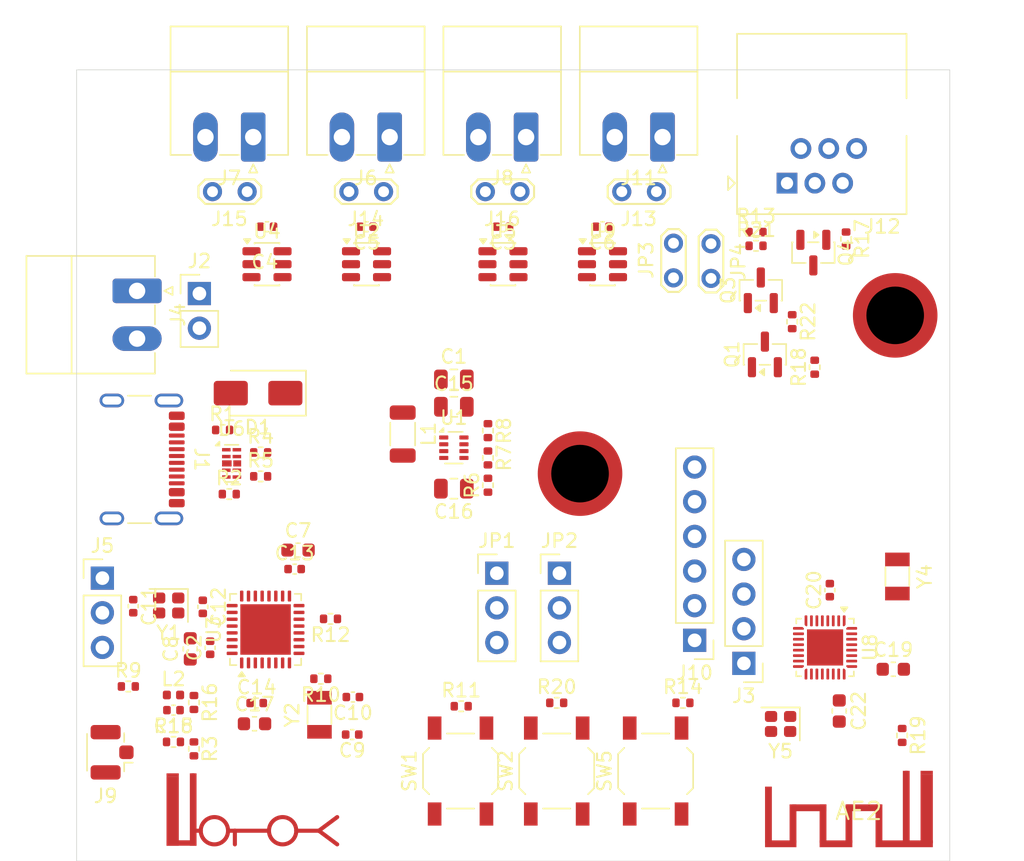
<source format=kicad_pcb>
(kicad_pcb (version 20241229) (generator "pcbnew") (generator_version "9.0")
  (layers (0 "F.Cu" signal) (4 "In1.Cu" signal) (6 "In2.Cu" signal) (2 "B.Cu" signal) (13 "F.Paste" user) (15 "B.Paste" user) (5 "F.SilkS" user "F.Silkscreen") (7 "B.SilkS" user "B.Silkscreen") (1 "F.Mask" user) (3 "B.Mask" user) (25 "Edge.Cuts" user))
  (net 0 "")
  (net 1 "Net-(AE2-Pad1)")
  (net 2 "+3V3")
  (net 3 "+BATT")
  (net 4 "GND")
  (net 5 "Net-(U3-XTAL_32K_P)")
  (net 6 "Net-(U3-XTAL_32K_N)")
  (net 7 "Net-(U3-XTAL_N)")
  (net 8 "Net-(U3-XTAL_P)")
  (net 9 "Net-(C18-Pad1)")
  (net 10 "/power/VBUS")
  (net 11 "Net-(J1-CC2)")
  (net 12 "Net-(U3-LNA_IN)")
  (net 13 "USBDM")
  (net 14 "USBDP")
  (net 15 "Net-(J1-CC1)")
  (net 16 "Net-(J5-Pin_3)")
  (net 17 "Net-(J5-Pin_2)")
  (net 18 "Net-(J9-In)")
  (net 19 "/ScopeCreep/P1_OUT_RAW")
  (net 20 "/ch584/U_TX")
  (net 21 "/ch584/U_RX")
  (net 22 "/ch584/TCK")
  (net 23 "/ch584/TIO")
  (net 25 "Net-(J11-Pin_2)")
  (net 26 "Net-(J11-Pin_1)")
  (net 27 "Net-(U8B-VDCIA)")
  (net 28 "Net-(U8B-VIO33_VDD33)")
  (net 29 "Net-(U1-MODE)")
  (net 30 "Net-(U1-FB)")
  (net 31 "Net-(U3-U0TXD)")
  (net 32 "Net-(U3-GPIO2)")
  (net 33 "Net-(U8B-VINTA)")
  (net 35 "Net-(U3-GPIO8)")
  (net 36 "/power/DMinusIn")
  (net 38 "/MODE")
  (net 39 "/power/DPlusIn")
  (net 40 "/ch584/TWI_SCL")
  (net 41 "Net-(U8B-ANT)")
  (net 42 "/ch584/TWI_SDA")
  (net 44 "Net-(J3-Pin_4)")
  (net 45 "/ch584/PWM3")
  (net 47 "/ch584/PWM4")
  (net 48 "/ch584/PWM1")
  (net 49 "/esp32/PWM7")
  (net 50 "/ch584/PWM2")
  (net 51 "/esp32/PWM8")
  (net 52 "/ch584/PWM5")
  (net 55 "Net-(U8B-PA11_X32KO_TMR2)")
  (net 56 "Net-(U8B-PA10_X32KI_TMR1)")
  (net 57 "/ch584/clko")
  (net 58 "Net-(U1-L2)")
  (net 59 "Net-(U1-L1)")
  (net 60 "/ch584/clki")
  (net 61 "Net-(AE1-Pad1)")
  (net 62 "Net-(J3-Pin_3)")
  (net 63 "/RESET_GLOBAL")
  (net 64 "Net-(JP3-B)")
  (net 65 "BOOT")
  (net 71 "GBOOT")
  (net 72 "RESET_CH5x")
  (net 73 "RESET_ESP")
  (net 78 "/ScopeCreep/P1_REQ")
  (net 80 "+5V")
  (net 81 "Net-(J16-Pin_2)")
  (net 82 "Net-(J16-Pin_1)")
  (net 83 "Net-(J15-Pin_2)")
  (net 84 "Net-(J15-Pin_1)")
  (net 85 "Net-(J14-Pin_1)")
  (net 86 "Net-(J6-Pin_2)")
  (net 89 "Net-(Q3-D)")
  (net 90 "Net-(Q1-D)")
  (net 91 "Net-(Q4-G)")
  (footprint "Capacitor_SMD:C_0402_1005Metric" (layer "F.Cu") (at 120.25 137.975 180)
    (property "Reference" "C10" (at 0 -1.16 0) (layer "F.SilkS"))
    (property "Value" "22pF")
    (pad "1" smd roundrect (at -0.48 0 180) (size 0.56 0.62) (layers "F.Cu" "F.Mask" "F.Paste") (net 4 "GND"))
    (pad "2" smd roundrect (at 0.48 0 180) (size 0.56 0.62) (layers "F.Cu" "F.Mask" "F.Paste") (net 6 "Net-(U3-XTAL_32K_N)"))
  )
  (footprint "Resistor_SMD:R_0402_1005Metric" (layer "F.Cu") (at 113.49 120.05)
    (property "Reference" "R4" (at 0 -1.17 0) (layer "F.SilkS"))
    (property "Value" "22R")
    (pad "1" smd roundrect (at -0.51 0) (size 0.54 0.64) (layers "F.Cu" "F.Mask" "F.Paste") (net 36 "/power/DMinusIn"))
    (pad "2" smd roundrect (at 0.51 0) (size 0.54 0.64) (layers "F.Cu" "F.Mask" "F.Paste") (net 13 "USBDM"))
  )
  (footprint "Connector_Phoenix_MC:PhoenixContact_MC_1,5_2-G-3.5_1x02_P3.50mm_Horizontal" (layer "F.Cu") (at 104.4325 108.205 -90)
    (property "Reference" "J4" (at 1.75 -3 90) (layer "F.SilkS"))
    (property "Value" "Conn_01x02")
    (pad "1" thru_hole roundrect (at 0 0 270) (size 1.8 3.6) (drill 1.2) (layers "*.Cu" "*.Mask") (roundrect_rratio 0.138889) (net 4 "GND"))
    (pad "2" thru_hole oval (at 3.5 0 270) (size 1.8 3.6) (drill 1.2) (layers "*.Cu" "*.Mask") (net 3 "+BATT"))
  )
  (footprint "Button_Switch_SMD:SW_SPST_TL3342" (layer "F.Cu") (at 142.44 143.4 90)
    (property "Reference" "SW5" (at 0 -3.75 90) (layer "F.SilkS"))
    (property "Value" "MODE")
    (pad "1" smd rect (at -3.15 -1.9 90) (size 1.7 1) (layers "F.Cu" "F.Mask" "F.Paste") (net 4 "GND"))
    (pad "1" smd rect (at 3.15 -1.9 90) (size 1.7 1) (layers "F.Cu" "F.Mask" "F.Paste") (net 4 "GND"))
    (pad "2" smd rect (at -3.15 1.9 90) (size 1.7 1) (layers "F.Cu" "F.Mask" "F.Paste") (net 38 "/MODE"))
    (pad "2" smd rect (at 3.15 1.9 90) (size 1.7 1) (layers "F.Cu" "F.Mask" "F.Paste") (net 38 "/MODE"))
  )
  (footprint "Inductor_SMD:L_1206_3216Metric" (layer "F.Cu") (at 123.9 118.7 -90)
    (property "Reference" "L1" (at 0 -1.9 90) (layer "F.SilkS"))
    (property "Value" "1uH")
    (pad "1" smd roundrect (at -1.575 0 270) (size 1.05 1.9) (layers "F.Cu" "F.Mask" "F.Paste") (roundrect_rratio 0.238095) (net 58 "Net-(U1-L2)"))
    (pad "2" smd roundrect (at 1.575 0 270) (size 1.05 1.9) (layers "F.Cu" "F.Mask" "F.Paste") (roundrect_rratio 0.238095) (net 59 "Net-(U1-L1)"))
  )
  (footprint "Diode_SMD:D_SMA" (layer "F.Cu") (at 113.3 115.7 180)
    (property "Reference" "D1" (at 0 -2.5 0) (layer "F.SilkS"))
    (property "Value" "SS34")
    (pad "1" smd roundrect (at -2 0 180) (size 2.5 1.8) (layers "F.Cu" "F.Mask" "F.Paste") (roundrect_rratio 0.1388888889) (net 3 "+BATT"))
    (pad "2" smd roundrect (at 2 0 180) (size 2.5 1.8) (layers "F.Cu" "F.Mask" "F.Paste") (roundrect_rratio 0.1388888889) (net 10 "/power/VBUS"))
  )
  (footprint "Resistor_SMD:R_0402_1005Metric" (layer "F.Cu") (at 152.45 110.4625 -90)
    (property "Reference" "R22" (at 0 -1.17 90) (layer "F.SilkS"))
    (property "Value" "10k")
    (pad "1" smd roundrect (at -0.51 0 270) (size 0.54 0.64) (layers "F.Cu" "F.Mask" "F.Paste") (net 80 "+5V"))
    (pad "2" smd roundrect (at 0.51 0 270) (size 0.54 0.64) (layers "F.Cu" "F.Mask" "F.Paste") (net 90 "Net-(Q1-D)"))
  )
  (footprint "Package_DFN_QFN:Diodes_UDFN-10_1.0x2.5mm_P0.5mm" (layer "F.Cu") (at 111.36 120.85)
    (property "Reference" "U6" (at 0 -2.54 0) (layer "F.SilkS"))
    (property "Value" "Protection_H5VU25UC")
    (pad "1" smd rect (at -0.3875 -1 270) (size 0.25 0.625) (layers "F.Cu" "F.Mask" "F.Paste"))
    (pad "2" smd rect (at -0.3875 -0.5 270) (size 0.25 0.625) (layers "F.Cu" "F.Mask" "F.Paste") (net 36 "/power/DMinusIn"))
    (pad "3" smd rect (at -0.35 0 270) (size 0.45 0.7) (layers "F.Cu" "F.Mask" "F.Paste") (net 4 "GND"))
    (pad "4" smd rect (at -0.3875 0.5 270) (size 0.25 0.625) (layers "F.Cu" "F.Mask" "F.Paste") (net 39 "/power/DPlusIn"))
    (pad "5" smd rect (at -0.3875 1 270) (size 0.25 0.625) (layers "F.Cu" "F.Mask" "F.Paste"))
    (pad "6" smd rect (at 0.3875 1 270) (size 0.25 0.625) (layers "F.Cu" "F.Mask" "F.Paste"))
    (pad "7" smd rect (at 0.3875 0.5 270) (size 0.25 0.625) (layers "F.Cu" "F.Mask" "F.Paste"))
    (pad "8" smd rect (at 0.4125 0 270) (size 0.45 0.575) (layers "F.Cu" "F.Mask" "F.Paste") (net 10 "/power/VBUS"))
    (pad "9" smd rect (at 0.3875 -0.5 270) (size 0.25 0.625) (layers "F.Cu" "F.Mask" "F.Paste"))
    (pad "10" smd rect (at 0.3875 -1 270) (size 0.25 0.625) (layers "F.Cu" "F.Mask" "F.Paste"))
  )
  (footprint "Connector_Coaxial:U.FL_Hirose_U.FL-R-SMT-1_Vertical" (layer "F.Cu") (at 102.6 142.025 180)
    (property "Reference" "J9" (at 0.475 -3.2 0) (layer "F.SilkS"))
    (property "Value" "BWU.FL-IPEX1")
    (pad "1" smd roundrect (at -1.05 0 180) (size 1.05 1) (layers "F.Cu" "F.Mask" "F.Paste") (net 18 "Net-(J9-In)"))
    (pad "2" smd roundrect (at 0.475 -1.475 180) (size 2.2 1.05) (layers "F.Cu" "F.Mask" "F.Paste") (roundrect_rratio 0.2380952381) (net 4 "GND"))
    (pad "2" smd roundrect (at 0.475 1.475 180) (size 2.2 1.05) (layers "F.Cu" "F.Mask" "F.Paste") (roundrect_rratio 0.2380952381) (net 4 "GND"))
  )
  (footprint "Capacitor_SMD:C_0805_2012Metric" (layer "F.Cu") (at 127.65 114.7)
    (property "Reference" "C1" (at 0 -1.68 0) (layer "F.SilkS"))
    (property "Value" "22uF")
    (pad "1" smd roundrect (at -0.95 0) (size 1 1.45) (layers "F.Cu" "F.Mask" "F.Paste") (net 2 "+3V3"))
    (pad "2" smd roundrect (at 0.95 0) (size 1 1.45) (layers "F.Cu" "F.Mask" "F.Paste") (net 4 "GND"))
  )
  (footprint "Resistor_SMD:R_0402_1005Metric" (layer "F.Cu") (at 156.4 104.4 -90)
    (property "Reference" "R17" (at 0 -1.17 90) (layer "F.SilkS"))
    (property "Value" "0R")
    (pad "1" smd roundrect (at -0.51 0 270) (size 0.54 0.64) (layers "F.Cu" "F.Mask" "F.Paste") (net 19 "/ScopeCreep/P1_OUT_RAW"))
    (pad "2" smd roundrect (at 0.51 0 270) (size 0.54 0.64) (layers "F.Cu" "F.Mask" "F.Paste") (net 91 "Net-(Q4-G)"))
  )
  (footprint "Resistor_SMD:R_0402_1005Metric" (layer "F.Cu") (at 130.15 118.45 -90)
    (property "Reference" "R8" (at 0 -1.17 90) (layer "F.SilkS"))
    (property "Value" "220k")
    (pad "1" smd roundrect (at -0.51 0 270) (size 0.54 0.64) (layers "F.Cu" "F.Mask" "F.Paste") (net 2 "+3V3"))
    (pad "2" smd roundrect (at 0.51 0 270) (size 0.54 0.64) (layers "F.Cu" "F.Mask" "F.Paste") (net 30 "Net-(U1-FB)"))
  )
  (footprint "Resistor_SMD:R_0402_1005Metric" (layer "F.Cu") (at 130.15 122.45 90)
    (property "Reference" "R6" (at 0 -1.17 90) (layer "F.SilkS"))
    (property "Value" "10k")
    (pad "1" smd roundrect (at -0.51 0 90) (size 0.54 0.64) (layers "F.Cu" "F.Mask" "F.Paste") (net 4 "GND"))
    (pad "2" smd roundrect (at 0.51 0 90) (size 0.54 0.64) (layers "F.Cu" "F.Mask" "F.Paste") (net 29 "Net-(U1-MODE)"))
  )
  (footprint "jlc-extras:Mounting_SMTSO_M3" (layer "F.Cu") (at 136.9 121.6)
    (property "Reference" "H2" (at 0 -0.5 0) (layer "F.SilkS") (effects (font (thickness 0.1))))
    (property "Value" "Mounting_SMTSO3015CTJ")
    (pad "" np_thru_hole circle (at 0 0) (size 6.2 6.2) (drill 4.22) (layers))
    (pad "1" smd circle (at 0 0) (size 6.2 6.2) (layers "F.Cu"))
  )
  (footprint "Connector_Phoenix_MC:PhoenixContact_MC_1,5_2-G-3.5_1x02_P3.50mm_Horizontal" (layer "F.Cu") (at 142.945 96.9325 180)
    (property "Reference" "J11" (at 1.75 -3 0) (layer "F.SilkS"))
    (property "Value" "Conn_01x02")
    (pad "1" thru_hole roundrect (at 0 0 180) (size 1.8 3.6) (drill 1.2) (layers "*.Cu" "*.Mask") (roundrect_rratio 0.138889) (net 26 "Net-(J11-Pin_1)"))
    (pad "2" thru_hole oval (at 3.5 0 180) (size 1.8 3.6) (drill 1.2) (layers "*.Cu" "*.Mask") (net 25 "Net-(J11-Pin_2)"))
  )
  (footprint "Crystal:Crystal_SMD_2016-4Pin_2.0x1.6mm" (layer "F.Cu") (at 151.6 139.95 180)
    (property "Reference" "Y5" (at 0 -2 0) (layer "F.SilkS"))
    (property "Value" "32M")
    (pad "1" smd roundrect (at -0.7 0.55 180) (size 0.9 0.8) (layers "F.Cu" "F.Mask" "F.Paste") (net 4 "GND"))
    (pad "2" smd roundrect (at 0.7 0.55 180) (size 0.9 0.8) (layers "F.Cu" "F.Mask" "F.Paste") (net 57 "/ch584/clko"))
    (pad "3" smd roundrect (at 0.7 -0.55 180) (size 0.9 0.8) (layers "F.Cu" "F.Mask" "F.Paste") (net 4 "GND"))
    (pad "4" smd roundrect (at -0.7 -0.55 180) (size 0.9 0.8) (layers "F.Cu" "F.Mask" "F.Paste") (net 60 "/ch584/clki"))
  )
  (footprint "Capacitor_SMD:C_0603_1608Metric" (layer "F.Cu") (at 116.23 127.205)
    (property "Reference" "C7" (at 0 -1.43 0) (layer "F.SilkS"))
    (property "Value" "1uF")
    (pad "1" smd roundrect (at -0.775 0) (size 0.9 0.95) (layers "F.Cu" "F.Mask" "F.Paste") (net 2 "+3V3"))
    (pad "2" smd roundrect (at 0.775 0) (size 0.9 0.95) (layers "F.Cu" "F.Mask" "F.Paste") (net 4 "GND"))
  )
  (footprint "Crystal:Crystal_SMD_2016-4Pin_2.0x1.6mm" (layer "F.Cu") (at 106.75 131.265 180)
    (property "Reference" "Y1" (at 0 -2 0) (layer "F.SilkS"))
    (property "Value" "40M")
    (pad "1" smd roundrect (at -0.7 0.55 180) (size 0.9 0.8) (layers "F.Cu" "F.Mask" "F.Paste") (net 8 "Net-(U3-XTAL_P)"))
    (pad "2" smd roundrect (at 0.7 0.55 180) (size 0.9 0.8) (layers "F.Cu" "F.Mask" "F.Paste") (net 4 "GND"))
    (pad "3" smd roundrect (at 0.7 -0.55 180) (size 0.9 0.8) (layers "F.Cu" "F.Mask" "F.Paste") (net 7 "Net-(U3-XTAL_N)"))
    (pad "4" smd roundrect (at -0.7 -0.55 180) (size 0.9 0.8) (layers "F.Cu" "F.Mask" "F.Paste") (net 4 "GND"))
  )
  (footprint "Capacitor_SMD:C_0805_2012Metric" (layer "F.Cu") (at 127.65 116.7)
    (property "Reference" "C15" (at 0 -1.68 0) (layer "F.SilkS"))
    (property "Value" "22uF")
    (pad "1" smd roundrect (at -0.95 0) (size 1 1.45) (layers "F.Cu" "F.Mask" "F.Paste") (net 2 "+3V3"))
    (pad "2" smd roundrect (at 0.95 0) (size 1 1.45) (layers "F.Cu" "F.Mask" "F.Paste") (net 4 "GND"))
  )
  (footprint "TestPoint:TestPoint_2Pads_Pitch2.54mm_Drill0.8mm" (layer "F.Cu") (at 112.5 100.9325 180)
    (property "Reference" "J15" (at 1.3 -2 0) (layer "F.SilkS"))
    (property "Value" "Conn_01x02")
    (pad "1" thru_hole circle (at 0 0 180) (size 1.4 1.4) (drill 0.8) (layers "*.Cu" "*.Mask") (net 84 "Net-(J15-Pin_1)"))
    (pad "2" thru_hole circle (at 2.54 0 180) (size 1.4 1.4) (drill 0.8) (layers "*.Cu" "*.Mask") (net 83 "Net-(J15-Pin_2)"))
  )
  (footprint "Capacitor_SMD:C_0402_1005Metric" (layer "F.Cu") (at 107.1 138.935 180)
    (property "Reference" "C18" (at 0 -1.16 0) (layer "F.SilkS"))
    (property "Value" "2.2pF")
    (pad "1" smd roundrect (at -0.48 0 180) (size 0.56 0.62) (layers "F.Cu" "F.Mask" "F.Paste") (net 9 "Net-(C18-Pad1)"))
    (pad "2" smd roundrect (at 0.48 0 180) (size 0.56 0.62) (layers "F.Cu" "F.Mask" "F.Paste") (net 4 "GND"))
  )
  (footprint "Capacitor_SMD:C_0402_1005Metric" (layer "F.Cu") (at 109.79 134.365 90)
    (property "Reference" "C2" (at 0 -1.16 90) (layer "F.SilkS"))
    (property "Value" "100nF")
    (pad "1" smd roundrect (at -0.48 0 90) (size 0.56 0.62) (layers "F.Cu" "F.Mask" "F.Paste") (net 2 "+3V3"))
    (pad "2" smd roundrect (at 0.48 0 90) (size 0.56 0.62) (layers "F.Cu" "F.Mask" "F.Paste") (net 4 "GND"))
  )
  (footprint "TestPoint:TestPoint_2Pads_Pitch2.54mm_Drill0.8mm" (layer "F.Cu") (at 146.5 104.75 -90)
    (property "Reference" "JP4" (at 1.3 -2 90) (layer "F.SilkS"))
    (property "Value" "KJumper_2")
    (pad "1" thru_hole circle (at 0 0 270) (size 1.4 1.4) (drill 0.8) (layers "*.Cu" "*.Mask") (net 80 "+5V"))
    (pad "2" thru_hole circle (at 2.54 0 270) (size 1.4 1.4) (drill 0.8) (layers "*.Cu" "*.Mask") (net 3 "+BATT"))
  )
  (footprint "Resistor_SMD:R_0402_1005Metric" (layer "F.Cu") (at 111.19 123.1)
    (property "Reference" "R2" (at 0 -1.17 0) (layer "F.SilkS"))
    (property "Value" "5k1")
    (pad "1" smd roundrect (at -0.51 0) (size 0.54 0.64) (layers "F.Cu" "F.Mask" "F.Paste") (net 11 "Net-(J1-CC2)"))
    (pad "2" smd roundrect (at 0.51 0) (size 0.54 0.64) (layers "F.Cu" "F.Mask" "F.Paste") (net 4 "GND"))
  )
  (footprint "Capacitor_SMD:C_0603_1608Metric" (layer "F.Cu") (at 155.9 139 -90)
    (property "Reference" "C22" (at 0 -1.43 90) (layer "F.SilkS"))
    (property "Value" "1uF")
    (pad "1" smd roundrect (at -0.775 0 270) (size 0.9 0.95) (layers "F.Cu" "F.Mask" "F.Paste") (net 33 "Net-(U8B-VINTA)"))
    (pad "2" smd roundrect (at 0.775 0 270) (size 0.9 0.95) (layers "F.Cu" "F.Mask" "F.Paste") (net 4 "GND"))
  )
  (footprint "Package_TO_SOT_SMD:SOT-23" (layer "F.Cu") (at 150.45 112.8625 90)
    (property "Reference" "Q1" (at 0 -2.4 90) (layer "F.SilkS"))
    (property "Value" "HL3400A")
    (pad "1" smd roundrect (at -0.9375 -0.95 90) (size 1.475 0.6) (layers "F.Cu" "F.Mask" "F.Paste") (net 52 "/ch584/PWM5"))
    (pad "2" smd roundrect (at -0.9375 0.95 90) (size 1.475 0.6) (layers "F.Cu" "F.Mask" "F.Paste") (net 4 "GND"))
    (pad "3" smd roundrect (at 0.9375 0 90) (size 1.475 0.6) (layers "F.Cu" "F.Mask" "F.Paste") (net 90 "Net-(Q1-D)"))
  )
  (footprint "Package_TO_SOT_SMD:SOT-23-6" (layer "F.Cu") (at 113.955 106.25)
    (property "Reference" "U4" (at 0 -2.4 0) (layer "F.SilkS"))
    (property "Value" "T1016H")
    (pad "1" smd roundrect (at -1.1375 -0.95) (size 1.325 0.6) (layers "F.Cu" "F.Mask" "F.Paste") (net 83 "Net-(J15-Pin_2)"))
    (pad "2" smd roundrect (at -1.1375 0) (size 1.325 0.6) (layers "F.Cu" "F.Mask" "F.Paste") (net 4 "GND"))
    (pad "3" smd roundrect (at -1.1375 0.95) (size 1.325 0.6) (layers "F.Cu" "F.Mask" "F.Paste") (net 72 "RESET_CH5x"))
    (pad "4" smd roundrect (at 1.1375 0.95) (size 1.325 0.6) (layers "F.Cu" "F.Mask" "F.Paste") (net 52 "/ch584/PWM5"))
    (pad "5" smd roundrect (at 1.1375 0) (size 1.325 0.6) (layers "F.Cu" "F.Mask" "F.Paste") (net 3 "+BATT"))
    (pad "6" smd roundrect (at 1.1375 -0.95) (size 1.325 0.6) (layers "F.Cu" "F.Mask" "F.Paste") (net 84 "Net-(J15-Pin_1)"))
  )
  (footprint "Resistor_SMD:R_0402_1005Metric" (layer "F.Cu") (at 110.7 118.4)
    (property "Reference" "R1" (at 0 -1.17 0) (layer "F.SilkS"))
    (property "Value" "5k1")
    (pad "1" smd roundrect (at -0.51 0) (size 0.54 0.64) (layers "F.Cu" "F.Mask" "F.Paste") (net 15 "Net-(J1-CC1)"))
    (pad "2" smd roundrect (at 0.51 0) (size 0.54 0.64) (layers "F.Cu" "F.Mask" "F.Paste") (net 4 "GND"))
  )
  (footprint "Package_DFN_QFN:QFN-32-1EP_5x5mm_P0.5mm_EP3.7x3.7mm" (layer "F.Cu") (at 113.85 133.025 90)
    (property "Reference" "U3" (at 0 -3.8 90) (layer "F.SilkS"))
    (property "Value" "ESP32-C3FH4")
    (pad "1" smd roundrect (at -2.45 -1.75 90) (size 0.8 0.25) (layers "F.Cu" "F.Mask" "F.Paste") (net 12 "Net-(U3-LNA_IN)"))
    (pad "2" smd roundrect (at -2.45 -1.25 90) (size 0.8 0.25) (layers "F.Cu" "F.Mask" "F.Paste") (net 2 "+3V3"))
    (pad "3" smd roundrect (at -2.45 -0.75 90) (size 0.8 0.25) (layers "F.Cu" "F.Mask" "F.Paste") (net 2 "+3V3"))
    (pad "4" smd roundrect (at -2.45 -0.25 90) (size 0.8 0.25) (layers "F.Cu" "F.Mask" "F.Paste") (net 5 "Net-(U3-XTAL_32K_P)"))
    (pad "5" smd roundrect (at -2.45 0.25 90) (size 0.8 0.25) (layers "F.Cu" "F.Mask" "F.Paste") (net 6 "Net-(U3-XTAL_32K_N)"))
    (pad "6" smd roundrect (at -2.45 0.75 90) (size 0.8 0.25) (layers "F.Cu" "F.Mask" "F.Paste") (net 32 "Net-(U3-GPIO2)"))
    (pad "7" smd roundrect (at -2.45 1.25 90) (size 0.8 0.25) (layers "F.Cu" "F.Mask" "F.Paste") (net 73 "RESET_ESP"))
    (pad "8" smd roundrect (at -2.45 1.75 90) (size 0.8 0.25) (layers "F.Cu" "F.Mask" "F.Paste") (net 38 "/MODE"))
    (pad "9" smd roundrect (at -1.75 2.45 90) (size 0.25 0.8) (layers "F.Cu" "F.Mask" "F.Paste"))
    (pad "10" smd roundrect (at -1.25 2.45 90) (size 0.25 0.8) (layers "F.Cu" "F.Mask" "F.Paste") (net 51 "/esp32/PWM8"))
    (pad "11" smd roundrect (at -0.75 2.45 90) (size 0.25 0.8) (layers "F.Cu" "F.Mask" "F.Paste") (net 2 "+3V3"))
    (pad "12" smd roundrect (at -0.25 2.45 90) (size 0.25 0.8) (layers "F.Cu" "F.Mask" "F.Paste") (net 52 "/ch584/PWM5"))
    (pad "13" smd roundrect (at 0.25 2.45 90) (size 0.25 0.8) (layers "F.Cu" "F.Mask" "F.Paste") (net 45 "/ch584/PWM3"))
    (pad "14" smd roundrect (at 0.75 2.45 90) (size 0.25 0.8) (layers "F.Cu" "F.Mask" "F.Paste") (net 35 "Net-(U3-GPIO8)"))
    (pad "15" smd roundrect (at 1.25 2.45 90) (size 0.25 0.8) (layers "F.Cu" "F.Mask" "F.Paste") (net 71 "GBOOT"))
    (pad "16" smd roundrect (at 1.75 2.45 90) (size 0.25 0.8) (layers "F.Cu" "F.Mask" "F.Paste") (net 49 "/esp32/PWM7"))
    (pad "17" smd roundrect (at 2.45 1.75 90) (size 0.8 0.25) (layers "F.Cu" "F.Mask" "F.Paste") (net 2 "+3V3"))
    (pad "18" smd roundrect (at 2.45 1.25 90) (size 0.8 0.25) (layers "F.Cu" "F.Mask" "F.Paste") (net 2 "+3V3"))
    (pad "19" smd roundrect (at 2.45 0.75 90) (size 0.8 0.25) (layers "F.Cu" "F.Mask" "F.Paste") (net 48 "/ch584/PWM1"))
    (pad "20" smd roundrect (at 2.45 0.25 90) (size 0.8 0.25) (layers "F.Cu" "F.Mask" "F.Paste") (net 50 "/ch584/PWM2"))
    (pad "21" smd roundrect (at 2.45 -0.25 90) (size 0.8 0.25) (layers "F.Cu" "F.Mask" "F.Paste") (net 45 "/ch584/PWM3"))
    (pad "22" smd roundrect (at 2.45 -0.75 90) (size 0.8 0.25) (layers "F.Cu" "F.Mask" "F.Paste") (net 47 "/ch584/PWM4"))
    (pad "23" smd roundrect (at 2.45 -1.25 90) (size 0.8 0.25) (layers "F.Cu" "F.Mask" "F.Paste") (net 52 "/ch584/PWM5"))
    (pad "24" smd roundrect (at 2.45 -1.75 90) (size 0.8 0.25) (layers "F.Cu" "F.Mask" "F.Paste") (net 72 "RESET_CH5x"))
    (pad "25" smd roundrect (at 1.75 -2.45 90) (size 0.25 0.8) (layers "F.Cu" "F.Mask" "F.Paste") (net 13 "USBDM"))
    (pad "26" smd roundrect (at 1.25 -2.45 90) (size 0.25 0.8) (layers "F.Cu" "F.Mask" "F.Paste") (net 14 "USBDP"))
    (pad "27" smd roundrect (at 0.75 -2.45 90) (size 0.25 0.8) (layers "F.Cu" "F.Mask" "F.Paste") (net 17 "Net-(J5-Pin_2)"))
    (pad "28" smd roundrect (at 0.25 -2.45 90) (size 0.25 0.8) (layers "F.Cu" "F.Mask" "F.Paste") (net 31 "Net-(U3-U0TXD)"))
    (pad "29" smd roundrect (at -0.25 -2.45 90) (size 0.25 0.8) (layers "F.Cu" "F.Mask" "F.Paste") (net 7 "Net-(U3-XTAL_N)"))
    (pad "30" smd roundrect (at -0.75 -2.45 90) (size 0.25 0.8) (layers "F.Cu" "F.Mask" "F.Paste") (net 8 "Net-(U3-XTAL_P)"))
    (pad "31" smd roundrect (at -1.25 -2.45 90) (size 0.25 0.8) (layers "F.Cu" "F.Mask" "F.Paste") (net 2 "+3V3"))
    (pad "32" smd roundrect (at -1.75 -2.45 90) (size 0.25 0.8) (layers "F.Cu" "F.Mask" "F.Paste") (net 2 "+3V3"))
    (pad "33" smd rect (at 0 0 90) (size 3.7 3.7) (property pad_prop_heatsink) (layers "F.Cu" "F.Mask") (net 4 "GND"))
  )
  (footprint "Capacitor_SMD:C_0402_1005Metric" (layer "F.Cu") (at 113.2 138.415)
    (property "Reference" "C14" (at 0 -1.16 0) (layer "F.SilkS"))
    (property "Value" "100nF")
    (pad "1" smd roundrect (at -0.48 0) (size 0.56 0.62) (layers "F.Cu" "F.Mask" "F.Paste") (net 2 "+3V3"))
    (pad "2" smd roundrect (at 0.48 0) (size 0.56 0.62) (layers "F.Cu" "F.Mask" "F.Paste") (net 4 "GND"))
  )
  (footprint "Connector_PinHeader_2.54mm:PinHeader_1x03_P2.54mm_Vertical" (layer "F.Cu") (at 135.39 128.9)
    (property "Reference" "JP2" (at 0 -2.38 0) (layer "F.SilkS"))
    (property "Value" "KJumper_3")
    (pad "1" thru_hole rect (at 0 0) (size 1.7 1.7) (drill 1) (layers "*.Cu" "*.Mask") (net 63 "/RESET_GLOBAL"))
    (pad "2" thru_hole circle (at 0 2.54) (size 1.7 1.7) (drill 1) (layers "*.Cu" "*.Mask") (net 72 "RESET_CH5x"))
    (pad "3" thru_hole circle (at 0 5.08) (size 1.7 1.7) (drill 1) (layers "*.Cu" "*.Mask") (net 4 "GND"))
  )
  (footprint "Capacitor_SMD:C_0402_1005Metric" (layer "F.Cu") (at 109.25 131.365 -90)
    (property "Reference" "C12" (at 0 -1.16 90) (layer "F.SilkS"))
    (property "Value" "22pF")
    (pad "1" smd roundrect (at -0.48 0 270) (size 0.56 0.62) (layers "F.Cu" "F.Mask" "F.Paste") (net 8 "Net-(U3-XTAL_P)"))
    (pad "2" smd roundrect (at 0.48 0 270) (size 0.56 0.62) (layers "F.Cu" "F.Mask" "F.Paste") (net 4 "GND"))
  )
  (footprint "Resistor_SMD:R_0402_1005Metric" (layer "F.Cu") (at 108.6 138.375 -90)
    (property "Reference" "R16" (at 0 -1.17 90) (layer "F.SilkS"))
    (property "Value" "0R")
    (pad "1" smd roundrect (at -0.51 0 270) (size 0.54 0.64) (layers "F.Cu" "F.Mask" "F.Paste") (net 12 "Net-(U3-LNA_IN)"))
    (pad "2" smd roundrect (at 0.51 0 270) (size 0.54 0.64) (layers "F.Cu" "F.Mask" "F.Paste") (net 9 "Net-(C18-Pad1)"))
  )
  (footprint "Package_TO_SOT_SMD:SOT-23" (layer "F.Cu") (at 154 105.4 -90)
    (property "Reference" "Q4" (at 0 -2.4 90) (layer "F.SilkS"))
    (property "Value" "HL3400A")
    (pad "1" smd roundrect (at -0.9375 -0.95 270) (size 1.475 0.6) (layers "F.Cu" "F.Mask" "F.Paste") (net 91 "Net-(Q4-G)"))
    (pad "2" smd roundrect (at -0.9375 0.95 270) (size 1.475 0.6) (layers "F.Cu" "F.Mask" "F.Paste") (net 4 "GND"))
    (pad "3" smd roundrect (at 0.9375 0 270) (size 1.475 0.6) (layers "F.Cu" "F.Mask" "F.Paste") (net 45 "/ch584/PWM3"))
  )
  (footprint "Resistor_SMD:R_0402_1005Metric" (layer "F.Cu") (at 103.79 137.2)
    (property "Reference" "R9" (at 0 -1.17 0) (layer "F.SilkS"))
    (property "Value" "470R")
    (pad "1" smd roundrect (at -0.51 0) (size 0.54 0.64) (layers "F.Cu" "F.Mask" "F.Paste") (net 16 "Net-(J5-Pin_3)"))
    (pad "2" smd roundrect (at 0.51 0) (size 0.54 0.64) (layers "F.Cu" "F.Mask" "F.Paste") (net 31 "Net-(U3-U0TXD)"))
  )
  (footprint "Capacitor_SMD:C_0402_1005Metric" (layer "F.Cu") (at 138.545 103.5 180)
    (property "Reference" "C6" (at 0 -1.16 0) (layer "F.SilkS"))
    (property "Value" "100nF")
    (pad "1" smd roundrect (at -0.48 0 180) (size 0.56 0.62) (layers "F.Cu" "F.Mask" "F.Paste") (net 26 "Net-(J11-Pin_1)"))
    (pad "2" smd roundrect (at 0.48 0 180) (size 0.56 0.62) (layers "F.Cu" "F.Mask" "F.Paste") (net 25 "Net-(J11-Pin_2)"))
  )
  (footprint "Capacitor_SMD:C_0402_1005Metric" (layer "F.Cu") (at 131.25 103.5 180)
    (property "Reference" "C3" (at 0 -1.16 0) (layer "F.SilkS"))
    (property "Value" "100nF")
    (pad "1" smd roundrect (at -0.48 0 180) (size 0.56 0.62) (layers "F.Cu" "F.Mask" "F.Paste") (net 82 "Net-(J16-Pin_1)"))
    (pad "2" smd roundrect (at 0.48 0 180) (size 0.56 0.62) (layers "F.Cu" "F.Mask" "F.Paste") (net 81 "Net-(J16-Pin_2)"))
  )
  (footprint "Resistor_SMD:R_0402_1005Metric" (layer "F.Cu") (at 135.19 138.4)
    (property "Reference" "R20" (at 0 -1.17 0) (layer "F.SilkS"))
    (property "Value" "10k")
    (pad "1" smd roundrect (at -0.51 0) (size 0.54 0.64) (layers "F.Cu" "F.Mask" "F.Paste") (net 2 "+3V3"))
    (pad "2" smd roundrect (at 0.51 0) (size 0.54 0.64) (layers "F.Cu" "F.Mask" "F.Paste") (net 71 "GBOOT"))
  )
  (footprint "Connector_Phoenix_MC:PhoenixContact_MC_1,5_2-G-3.5_1x02_P3.50mm_Horizontal" (layer "F.Cu") (at 132.945 96.9325 180)
    (property "Reference" "J8" (at 1.75 -3 0) (layer "F.SilkS"))
    (property "Value" "Conn_01x02")
    (pad "1" thru_hole roundrect (at 0 0 180) (size 1.8 3.6) (drill 1.2) (layers "*.Cu" "*.Mask") (roundrect_rratio 0.138889) (net 82 "Net-(J16-Pin_1)"))
    (pad "2" thru_hole oval (at 3.5 0 180) (size 1.8 3.6) (drill 1.2) (layers "*.Cu" "*.Mask") (net 81 "Net-(J16-Pin_2)"))
  )
  (footprint "Resistor_SMD:R_0402_1005Metric" (layer "F.Cu") (at 149.8 103.9)
    (property "Reference" "R13" (at 0 -1.17 0) (layer "F.SilkS"))
    (property "Value" "0R")
    (pad "1" smd roundrect (at -0.51 0) (size 0.54 0.64) (layers "F.Cu" "F.Mask" "F.Paste") (net 78 "/ScopeCreep/P1_REQ"))
    (pad "2" smd roundrect (at 0.51 0) (size 0.54 0.64) (layers "F.Cu" "F.Mask" "F.Paste") (net 80 "+5V"))
  )
  (footprint "Resistor_SMD:R_0402_1005Metric" (layer "F.Cu") (at 118.61 132.245 180)
    (property "Reference" "R12" (at 0 -1.17 0) (layer "F.SilkS"))
    (property "Value" "10k")
    (pad "1" smd roundrect (at -0.51 0 180) (size 0.54 0.64) (layers "F.Cu" "F.Mask" "F.Paste") (net 2 "+3V3"))
    (pad "2" smd roundrect (at 0.51 0 180) (size 0.54 0.64) (layers "F.Cu" "F.Mask" "F.Paste") (net 35 "Net-(U3-GPIO8)"))
  )
  (footprint "Capacitor_SMD:C_0402_1005Metric" (layer "F.Cu") (at 120.2 140.725 180)
    (property "Reference" "C9" (at 0 -1.16 0) (layer "F.SilkS"))
    (property "Value" "22pF")
    (pad "1" smd roundrect (at -0.48 0 180) (size 0.56 0.62) (layers "F.Cu" "F.Mask" "F.Paste") (net 4 "GND"))
    (pad "2" smd roundrect (at 0.48 0 180) (size 0.56 0.62) (layers "F.Cu" "F.Mask" "F.Paste") (net 5 "Net-(U3-XTAL_32K_P)"))
  )
  (footprint "wch-antenna:ANT-F-1-2.4G-1.6MM-FR4-WCH-FLIP" (layer "F.Cu") (at 156.61 146.09 180)
    (property "Reference" "AE2" (at -0.717496 -0.25 0) (layer "F.SilkS") (effects (font (size 1.27 1.27))))
    (property "Value" "Antenna_Loop" (hide yes))
    (fp_poly (pts (xy 5.650011 -2.572706) (xy 6.150008 -2.572706) (xy 6.150008 1.547294) (xy 5.650011 1.547294)) (fill yes) (layer "F.Cu"))
    (fp_poly (pts (xy 3.850319 -2.573093) (xy 4.350319 -2.573093) (xy 4.350319 0.246907) (xy 3.850319 0.246907)) (fill yes) (layer "F.Cu"))
    (fp_poly (pts (xy 3.850001 -2.892706) (xy 6.149998 -2.892706) (xy 6.149998 -2.392706) (xy 3.850001 -2.392706)) (fill yes) (layer "F.Cu"))
    (fp_poly (pts (xy 1.664613 -0.253021) (xy 4.153813 -0.253021) (xy 4.153813 0.246975) (xy 1.664613 0.246975)) (fill yes) (layer "F.Cu"))
    (fp_poly (pts (xy 1.650319 -2.573093) (xy 2.150319 -2.573093) (xy 2.150319 0.246907) (xy 1.650319 0.246907)) (fill yes) (layer "F.Cu"))
    (fp_poly (pts (xy -0.25 -2.572703) (xy 0.250004 -2.572703) (xy 0.250004 0.247297) (xy -0.25 0.247297)) (fill yes) (layer "F.Cu"))
    (fp_poly (pts (xy -0.250003 -2.892703) (xy 2.149997 -2.892703) (xy 2.149997 -2.392703) (xy -0.250003 -2.392703)) (fill yes) (layer "F.Cu"))
    (fp_poly (pts (xy -2.359993 -0.247506) (xy 0.180007 -0.247506) (xy 0.180007 0.247294) (xy -2.359993 0.247294)) (fill yes) (layer "F.Cu"))
    (fp_poly (pts (xy -2.450387 -2.573021) (xy -1.950387 -2.573021) (xy -1.950387 0.246975) (xy -2.450387 0.246975)) (fill yes) (layer "F.Cu"))
    (fp_poly (pts (xy -4.450385 -2.623822) (xy -3.950386 -2.623822) (xy -3.950386 2.707495) (xy -4.450385 2.707495)) (fill yes) (layer "F.Cu"))
    (fp_poly (pts (xy -6.14968 -2.598494) (xy -5.24968 -2.598494) (xy -5.24968 2.457495) (xy -6.14968 2.457495)) (fill yes) (layer "F.Cu"))
    (fp_poly (pts (xy -6.149998 -2.892706) (xy -1.949999 -2.892706) (xy -1.949999 -2.392706) (xy -6.149998 -2.392706)) (fill yes) (layer "F.Cu"))
    (pad "1" smd rect (at -4.209996 2.6075 90) (size 0.2 0.2) (layers "F.Cu") (net 1 "Net-(AE2-Pad1)"))
    (pad "2" smd rect (at -5.69984 2.578749 90) (size 0.257498 0.89968) (layers "F.Cu") (net 4 "GND"))
  )
  (footprint "Inductor_SMD:L_0402_1005Metric" (layer "F.Cu") (at 107.1 137.825)
    (property "Reference" "L2" (at 0 -1.17 0) (layer "F.SilkS"))
    (property "Value" "1nH")
    (pad "1" smd roundrect (at -0.485 0) (size 0.59 0.64) (layers "F.Cu" "F.Mask" "F.Paste") (net 4 "GND"))
    (pad "2" smd roundrect (at 0.485 0) (size 0.59 0.64) (layers "F.Cu" "F.Mask" "F.Paste") (net 12 "Net-(U3-LNA_IN)"))
  )
  (footprint "TestPoint:TestPoint_2Pads_Pitch2.54mm_Drill0.8mm" (layer "F.Cu") (at 132.5 100.9325 180)
    (property "Reference" "J16" (at 1.3 -2 0) (layer "F.SilkS"))
    (property "Value" "Conn_01x02")
    (pad "1" thru_hole circle (at 0 0 180) (size 1.4 1.4) (drill 0.8) (layers "*.Cu" "*.Mask") (net 82 "Net-(J16-Pin_1)"))
    (pad "2" thru_hole circle (at 2.54 0 180) (size 1.4 1.4) (drill 0.8) (layers "*.Cu" "*.Mask") (net 81 "Net-(J16-Pin_2)"))
  )
  (footprint "jlc-extras:Mounting_SMTSO_M3" (layer "F.Cu") (at 160 110)
    (property "Reference" "H1" (at 0 -0.5 0) (layer "F.SilkS") (effects (font (thickness 0.1))))
    (property "Value" "Mounting_SMTSO3015CTJ")
    (pad "" np_thru_hole circle (at 0 0) (size 6.2 6.2) (drill 4.22) (layers))
    (pad "1" smd circle (at 0 0) (size 6.2 6.2) (layers "F.Cu"))
  )
  (footprint "TestPoint:TestPoint_2Pads_Pitch2.54mm_Drill0.8mm" (layer "F.Cu") (at 143.75 107.25 90)
    (property "Reference" "JP3" (at 1.3 -2 90) (layer "F.SilkS"))
    (property "Value" "LocalPower")
    (pad "1" thru_hole circle (at 0 0 90) (size 1.4 1.4) (drill 0.8) (layers "*.Cu" "*.Mask") (net 3 "+BATT"))
    (pad "2" thru_hole circle (at 2.54 0 90) (size 1.4 1.4) (drill 0.8) (layers "*.Cu" "*.Mask") (net 64 "Net-(JP3-B)"))
  )
  (footprint "RF_Experiments:ANT-YOLOPOLE" (layer "F.Cu") (at 113.1 146.275 180)
    (property "Reference" "AE1" (hide yes))
    (property "Value" "Antenna_lolpole" (hide yes))
    (fp_line (start 4 -1.5) (end 4.5 -1.5) (stroke (width 0.3)) (layer "F.Cu"))
    (fp_line (start 1.5 -1.5) (end 2 -1.5) (stroke (width 0.3)) (layer "F.Cu"))
    (fp_line (start 1.5 -1.5) (end 1.5 -2.5) (stroke (width 0.2)) (layer "F.Cu"))
    (fp_line (start 1.5 -2.5) (end 1.5 -1.5) (stroke (width 0.3)) (layer "F.Cu"))
    (fp_line (start -1 -1.5) (end 1.5 -1.5) (stroke (width 0.3)) (layer "F.Cu"))
    (fp_line (start -4.6552 -1.5) (end -3 -1.5) (stroke (width 0.3)) (layer "F.Cu"))
    (fp_line (start -4.6552 -1.5) (end -6 -0.5) (stroke (width 0.3)) (layer "F.Cu"))
    (fp_line (start -4.6552 -1.5) (end -6 -2.5) (stroke (width 0.3)) (layer "F.Cu"))
    (fp_rect (start 5.609694 2.457495) (end 6.509694 -2.598494) (fill yes) (layer "F.Cu"))
    (fp_rect (start 4.3104 2.707495) (end 4.8 -2.6) (fill yes) (layer "F.Cu"))
    (fp_rect (start 4.3104 -2.598494) (end 6.509694 -2.2) (fill yes) (layer "F.Cu"))
    (fp_circle (center 3 -1.5) (end 4 -1.5) (stroke (width 0.3)) (fill no) (layer "F.Cu"))
    (fp_circle (center -2 -1.5) (end -1 -1.5) (stroke (width 0.3)) (fill no) (layer "F.Cu"))
    (pad "1" smd rect (at 4.57001 2.6075 90) (size 0.2 0.2) (layers "F.Cu") (net 61 "Net-(AE1-Pad1)"))
    (pad "2" smd rect (at 6.059854 2.578749 90) (size 0.257498 0.89968) (layers "F.Cu") (net 4 "GND"))
  )
  (footprint "Capacitor_SMD:C_0402_1005Metric" (layer "F.Cu") (at 113.955 103.5 180)
    (property "Reference" "C4" (at 0.16 -2.59 0) (layer "F.SilkS"))
    (property "Value" "100nF")
    (pad "1" smd roundrect (at -0.48 0 180) (size 0.56 0.62) (layers "F.Cu" "F.Mask" "F.Paste") (net 84 "Net-(J15-Pin_1)"))
    (pad "2" smd roundrect (at 0.48 0 180) (size 0.56 0.62) (layers "F.Cu" "F.Mask" "F.Paste") (net 83 "Net-(J15-Pin_2)"))
  )
  (footprint "Button_Switch_SMD:SW_SPST_TL3342" (layer "F.Cu") (at 135.19 143.4 90)
    (property "Reference" "SW2" (at 0 -3.75 90) (layer "F.SilkS"))
    (property "Value" "BOOT")
    (pad "1" smd rect (at -3.15 -1.9 90) (size 1.7 1) (layers "F.Cu" "F.Mask" "F.Paste") (net 4 "GND"))
    (pad "1" smd rect (at 3.15 -1.9 90) (size 1.7 1) (layers "F.Cu" "F.Mask" "F.Paste") (net 4 "GND"))
    (pad "2" smd rect (at -3.15 1.9 90) (size 1.7 1) (layers "F.Cu" "F.Mask" "F.Paste") (net 71 "GBOOT"))
    (pad "2" smd rect (at 3.15 1.9 90) (size 1.7 1) (layers "F.Cu" "F.Mask" "F.Paste") (net 71 "GBOOT"))
  )
  (footprint "Package_TO_SOT_SMD:SOT-23-6" (layer "F.Cu") (at 121.25 106.25)
    (property "Reference" "U2" (at 0 -2.4 0) (layer "F.SilkS"))
    (property "Value" "FM116C")
    (pad "1" smd roundrect (at -1.1375 -0.95) (size 1.325 0.6) (layers "F.Cu" "F.Mask" "F.Paste") (net 86 "Net-(J6-Pin_2)"))
    (pad "2" smd roundrect (at -1.1375 0) (size 1.325 0.6) (layers "F.Cu" "F.Mask" "F.Paste") (net 4 "GND"))
    (pad "3" smd roundrect (at -1.1375 0.95) (size 1.325 0.6) (layers "F.Cu" "F.Mask" "F.Paste") (net 47 "/ch584/PWM4"))
    (pad "4" smd roundrect (at 1.1375 0.95) (size 1.325 0.6) (layers "F.Cu" "F.Mask" "F.Paste") (net 45 "/ch584/PWM3"))
    (pad "5" smd roundrect (at 1.1375 0) (size 1.325 0.6) (layers "F.Cu" "F.Mask" "F.Paste") (net 3 "+BATT"))
    (pad "6" smd roundrect (at 1.1375 -0.95) (size 1.325 0.6) (layers "F.Cu" "F.Mask" "F.Paste") (net 85 "Net-(J14-Pin_1)"))
  )
  (footprint "Connector_USB:USB_C_Receptacle_GCT_USB4105-xx-A_16P_TopMnt_Horizontal" (layer "F.Cu") (at 103.66 120.56 -90)
    (property "Reference" "J1" (at 0 -5.5 270) (layer "F.SilkS"))
    (property "Value" "USB_C_Receptacle_USB2.0_16P")
    (pad "" np_thru_hole circle (at -2.89 -2.605 270) (size 0.65 0.65) (drill 0.65) (layers "*.Cu" "*.Mask"))
    (pad "" np_thru_hole circle (at 2.89 -2.605 270) (size 0.65 0.65) (drill 0.65) (layers "*.Cu" "*.Mask"))
    (pad "A1" smd roundrect (at -3.2 -3.68 270) (size 0.6 1.15) (layers "F.Cu" "F.Mask" "F.Paste") (net 4 "GND"))
    (pad "A4" smd roundrect (at -2.4 -3.68 270) (size 0.6 1.15) (layers "F.Cu" "F.Mask" "F.Paste") (net 10 "/power/VBUS"))
    (pad "A5" smd roundrect (at -1.25 -3.68 270) (size 0.3 1.15) (layers "F.Cu" "F.Mask" "F.Paste") (net 15 "Net-(J1-CC1)"))
    (pad "A6" smd roundrect (at -0.25 -3.68 270) (size 0.3 1.15) (layers "F.Cu" "F.Mask" "F.Paste") (net 39 "/power/DPlusIn"))
    (pad "A7" smd roundrect (at 0.25 -3.68 270) (size 0.3 1.15) (layers "F.Cu" "F.Mask" "F.Paste") (net 36 "/power/DMinusIn"))
    (pad "A8" smd roundrect (at 1.25 -3.68 270) (size 0.3 1.15) (layers "F.Cu" "F.Mask" "F.Paste"))
    (pad "A9" smd roundrect (at 2.4 -3.68 270) (size 0.6 1.15) (layers "F.Cu" "F.Mask" "F.Paste") (net 10 "/power/VBUS"))
    (pad "A12" smd roundrect (at 3.2 -3.68 270) (size 0.6 1.15) (layers "F.Cu" "F.Mask" "F.Paste") (net 4 "GND"))
    (pad "B1" smd roundrect (at 3.2 -3.68 270) (size 0.6 1.15) (layers "F.Cu" "F.Mask" "F.Paste") (net 4 "GND"))
    (pad "B4" smd roundrect (at 2.4 -3.68 270) (size 0.6 1.15) (layers "F.Cu" "F.Mask" "F.Paste") (net 10 "/power/VBUS"))
    (pad "B5" smd roundrect (at 1.75 -3.68 270) (size 0.3 1.15) (layers "F.Cu" "F.Mask" "F.Paste") (net 11 "Net-(J1-CC2)"))
    (pad "B6" smd roundrect (at 0.75 -3.68 270) (size 0.3 1.15) (layers "F.Cu" "F.Mask" "F.Paste") (net 39 "/power/DPlusIn"))
    (pad "B7" smd roundrect (at -0.75 -3.68 270) (size 0.3 1.15) (layers "F.Cu" "F.Mask" "F.Paste") (net 36 "/power/DMinusIn"))
    (pad "B8" smd roundrect (at -1.75 -3.68 270) (size 0.3 1.15) (layers "F.Cu" "F.Mask" "F.Paste"))
    (pad "B9" smd roundrect (at -2.4 -3.68 270) (size 0.6 1.15) (layers "F.Cu" "F.Mask" "F.Paste") (net 10 "/power/VBUS"))
    (pad "B12" smd roundrect (at -3.2 -3.68 270) (size 0.6 1.15) (layers "F.Cu" "F.Mask" "F.Paste") (net 4 "GND"))
    (pad "S1" thru_hole oval (at -4.32 -3.105 270) (size 1 2.1) (drill oval 0.6 1.7) (property pad_prop_heatsink) (layers "*.Cu" "*.Mask" "F.Paste") (net 4 "GND"))
    (pad "S1" thru_hole oval (at -4.32 1.075 270) (size 1 1.8) (drill oval 0.6 1.4) (property pad_prop_heatsink) (layers "*.Cu" "*.Mask" "F.Paste") (net 4 "GND"))
    (pad "S1" thru_hole oval (at 4.32 -3.105 270) (size 1 2.1) (drill oval 0.6 1.7) (property pad_prop_heatsink) (layers "*.Cu" "*.Mask" "F.Paste") (net 4 "GND"))
    (pad "S1" thru_hole oval (at 4.32 1.075 270) (size 1 1.8) (drill oval 0.6 1.4) (property pad_prop_heatsink) (layers "*.Cu" "*.Mask" "F.Paste") (net 4 "GND"))
  )
  (footprint "Capacitor_SMD:C_0603_1608Metric" (layer "F.Cu") (at 108.33 134.445 90)
    (property "Reference" "C8" (at 0 -1.43 90) (layer "F.SilkS"))
    (property "Value" "1uF")
    (pad "1" smd roundrect (at -0.775 0 90) (size 0.9 0.95) (layers "F.Cu" "F.Mask" "F.Paste") (net 2 "+3V3"))
    (pad "2" smd roundrect (at 0.775 0 90) (size 0.9 0.95) (layers "F.Cu" "F.Mask" "F.Paste") (net 4 "GND"))
  )
  (footprint "Capacitor_SMD:C_0402_1005Metric" (layer "F.Cu") (at 104.15 131.315 -90)
    (property "Reference" "C11" (at 0 -1.16 90) (layer "F.SilkS"))
    (property "Value" "22pF")
    (pad "1" smd roundrect (at -0.48 0 270) (size 0.56 0.62) (layers "F.Cu" "F.Mask" "F.Paste") (net 4 "GND"))
    (pad "2" smd roundrect (at 0.48 0 270) (size 0.56 0.62) (layers "F.Cu" "F.Mask" "F.Paste") (net 7 "Net-(U3-XTAL_N)"))
  )
  (footprint "Connector_PinHeader_2.54mm:PinHeader_1x02_P2.54mm_Vertical" (layer "F.Cu") (at 109 108.4)
    (property "Reference" "J2" (at 0 -2.38 0) (layer "F.SilkS"))
    (property "Value" "Conn_01x02")
    (pad "1" thru_hole rect (at 0 0) (size 1.7 1.7) (drill 1) (layers "*.Cu" "*.Mask") (net 4 "GND"))
    (pad "2" thru_hole circle (at 0 2.54) (size 1.7 1.7) (drill 1) (layers "*.Cu" "*.Mask") (net 3 "+BATT"))
  )
  (footprint "Resistor_SMD:R_0402_1005Metric" (layer "F.Cu") (at 160.51 140.79 -90)
    (property "Reference" "R19" (at 0 -1.17 90) (layer "F.SilkS"))
    (property "Value" "0R")
    (pad "1" smd roundrect (at -0.51 0 270) (size 0.54 0.64) (layers "F.Cu" "F.Mask" "F.Paste") (net 41 "Net-(U8B-ANT)"))
    (pad "2" smd roundrect (at 0.51 0 270) (size 0.54 0.64) (layers "F.Cu" "F.Mask" "F.Paste") (net 1 "Net-(AE2-Pad1)"))
  )
  (footprint "Package_TO_SOT_SMD:SOT-23-6" (layer "F.Cu") (at 131.25 106.25)
    (property "Reference" "U5" (at 0 -2.4 0) (layer "F.SilkS"))
    (property "Value" "AD116")
    (pad "1" smd roundrect (at -1.1375 -0.95) (size 1.325 0.6) (layers "F.Cu" "F.Mask" "F.Paste") (net 81 "Net-(J16-Pin_2)"))
    (pad "2" smd roundrect (at -1.1375 0) (size 1.325 0.6) (layers "F.Cu" "F.Mask" "F.Paste") (net 4 "GND"))
    (pad "3" smd roundrect (at -1.1375 0.95) (size 1.325 0.6) (layers "F.Cu" "F.Mask" "F.Paste") (net 51 "/esp32/PWM8"))
    (pad "4" smd roundrect (at 1.1375 0.95) (size 1.325 0.6) (layers "F.Cu" "F.Mask" "F.Paste") (net 49 "/esp32/PWM7"))
    (pad "5" smd roundrect (at 1.1375 0) (size 1.325 0.6) (layers "F.Cu" "F.Mask" "F.Paste") (net 3 "+BATT"))
    (pad "6" smd roundrect (at 1.1375 -0.95) (size 1.325 0.6) (layers "F.Cu" "F.Mask" "F.Paste") (net 82 "Net-(J16-Pin_1)"))
  )
  (footprint "Connector_PinHeader_2.54mm:PinHeader_1x03_P2.54mm_Vertical" (layer "F.Cu") (at 130.8 128.9)
    (property "Reference" "JP1" (at 0 -2.38 0) (layer "F.SilkS"))
    (property "Value" "KJumper_3")
    (pad "1" thru_hole rect (at 0 0) (size 1.7 1.7) (drill 1) (layers "*.Cu" "*.Mask") (net 63 "/RESET_GLOBAL"))
    (pad "2" thru_hole circle (at 0 2.54) (size 1.7 1.7) (drill 1) (layers "*.Cu" "*.Mask") (net 73 "RESET_ESP"))
    (pad "3" thru_hole circle (at 0 5.08) (size 1.7 1.7) (drill 1) (layers "*.Cu" "*.Mask") (net 4 "GND"))
  )
  (footprint "Capacitor_SMD:C_0805_2012Metric" (layer "F.Cu") (at 127.65 122.7 180)
    (property "Reference" "C16" (at 0 -1.68 0) (layer "F.SilkS"))
    (property "Value" "22uF")
    (pad "1" smd roundrect (at -0.95 0 180) (size 1 1.45) (layers "F.Cu" "F.Mask" "F.Paste") (net 3 "+BATT"))
    (pad "2" smd roundrect (at 0.95 0 180) (size 1 1.45) (layers "F.Cu" "F.Mask" "F.Paste") (net 4 "GND"))
  )
  (footprint "Package_TO_SOT_SMD:SOT-583-8" (layer "F.Cu") (at 127.65 119.7)
    (property "Reference" "U1" (at 0 -2.2 0) (layer "F.SilkS"))
    (property "Value" "TPS631000DRLR")
    (pad "1" smd roundrect (at -0.74 -0.75) (size 0.67 0.3) (layers "F.Cu" "F.Mask" "F.Paste") (roundrect_rratio 0.1666666667) (net 2 "+3V3"))
    (pad "2" smd roundrect (at -0.74 -0.25) (size 0.67 0.3) (layers "F.Cu" "F.Mask" "F.Paste") (roundrect_rratio 0.1666666667) (net 58 "Net-(U1-L2)"))
    (pad "3" smd roundrect (at -0.74 0.25) (size 0.67 0.3) (layers "F.Cu" "F.Mask" "F.Paste") (roundrect_rratio 0.1666666667) (net 59 "Net-(U1-L1)"))
    (pad "4" smd roundrect (at -0.74 0.75) (size 0.67 0.3) (layers "F.Cu" "F.Mask" "F.Paste") (roundrect_rratio 0.1666666667) (net 3 "+BATT"))
    (pad "5" smd roundrect (at 0.74 0.75) (size 0.67 0.3) (layers "F.Cu" "F.Mask" "F.Paste") (roundrect_rratio 0.1666666667) (net 3 "+BATT"))
    (pad "6" smd roundrect (at 0.74 0.25) (size 0.67 0.3) (layers "F.Cu" "F.Mask" "F.Paste") (roundrect_rratio 0.1666666667) (net 29 "Net-(U1-MODE)"))
    (pad "7" smd roundrect (at 0.74 -0.25) (size 0.67 0.3) (layers "F.Cu" "F.Mask" "F.Paste") (roundrect_rratio 0.1666666667) (net 4 "GND"))
    (pad "8" smd roundrect (at 0.74 -0.75) (size 0.67 0.3) (layers "F.Cu" "F.Mask" "F.Paste") (roundrect_rratio 0.1666666667) (net 30 "Net-(U1-FB)"))
  )
  (footprint "Connector_PinHeader_2.54mm:PinHeader_1x06_P2.54mm_Vertical" (layer "F.Cu") (at 145.3 133.82 180)
    (property "Reference" "J10" (at 0 -2.38 0) (layer "F.SilkS"))
    (property "Value" "Conn_01x06")
    (pad "1" thru_hole rect (at 0 0 180) (size 1.7 1.7) (drill 1) (layers "*.Cu" "*.Mask") (net 2 "+3V3"))
    (pad "2" thru_hole circle (at 0 2.54 180) (size 1.7 1.7) (drill 1) (layers "*.Cu" "*.Mask"))
    (pad "3" thru_hole circle (at 0 5.08 180) (size 1.7 1.7) (drill 1) (layers "*.Cu" "*.Mask") (net 21 "/ch584/U_RX"))
    (pad "4" thru_hole circle (at 0 7.62 180) (size 1.7 1.7) (drill 1) (layers "*.Cu" "*.Mask") (net 20 "/ch584/U_TX"))
    (pad "5" thru_hole circle (at 0 10.16 180) (size 1.7 1.7) (drill 1) (layers "*.Cu" "*.Mask") (net 23 "/ch584/TIO"))
    (pad "6" thru_hole circle (at 0 12.7 180) (size 1.7 1.7) (drill 1) (layers "*.Cu" "*.Mask") (net 22 "/ch584/TCK"))
  )
  (footprint "Resistor_SMD:R_0402_1005Metric" (layer "F.Cu") (at 108.6 141.775 -90)
    (property "Reference" "R3" (at 0 -1.17 90) (layer "F.SilkS"))
    (property "Value" "0R")
    (pad "1" smd roundrect (at -0.51 0 270) (size 0.54 0.64) (layers "F.Cu" "F.Mask" "F.Paste") (net 9 "Net-(C18-Pad1)"))
    (pad "2" smd roundrect (at 0.51 0 270) (size 0.54 0.64) (layers "F.Cu" "F.Mask" "F.Paste") (net 61 "Net-(AE1-Pad1)"))
  )
  (footprint "Resistor_SMD:R_0402_1005Metric" (layer "F.Cu") (at 144.44 138.4)
    (property "Reference" "R14" (at 0 -1.17 0) (layer "F.SilkS"))
    (property "Value" "10k")
    (pad "1" smd roundrect (at -0.51 0) (size 0.54 0.64) (layers "F.Cu" "F.Mask" "F.Paste") (net 2 "+3V3"))
    (pad "2" smd roundrect (at 0.51 0) (size 0.54 0.64) (layers "F.Cu" "F.Mask" "F.Paste") (net 38 "/MODE"))
  )
  (footprint "Package_TO_SOT_SMD:SOT-23" (layer "F.Cu") (at 150.15 108.1625 90)
    (property "Reference" "Q3" (at 0 -2.4 90) (layer "F.SilkS"))
    (property "Value" "HL2301A")
    (pad "1" smd roundrect (at -0.9375 -0.95 90) (size 1.475 0.6) (layers "F.Cu" "F.Mask" "F.Paste") (net 90 "Net-(Q1-D)"))
    (pad "2" smd roundrect (at -0.9375 0.95 90) (size 1.475 0.6) (layers "F.Cu" "F.Mask" "F.Paste") (net 80 "+5V"))
    (pad "3" smd roundrect (at 0.9375 0 90) (size 1.475 0.6) (layers "F.Cu" "F.Mask" "F.Paste") (net 89 "Net-(Q3-D)"))
  )
  (footprint "Capacitor_SMD:C_0402_1005Metric" (layer "F.Cu") (at 121.25 103.5 180)
    (property "Reference" "C5" (at 0 -1.16 0) (layer "F.SilkS"))
    (property "Value" "100nF")
    (pad "1" smd roundrect (at -0.48 0 180) (size 0.56 0.62) (layers "F.Cu" "F.Mask" "F.Paste") (net 85 "Net-(J14-Pin_1)"))
    (pad "2" smd roundrect (at 0.48 0 180) (size 0.56 0.62) (layers "F.Cu" "F.Mask" "F.Paste") (net 86 "Net-(J6-Pin_2)"))
  )
  (footprint "Capacitor_SMD:C_0603_1608Metric" (layer "F.Cu") (at 159.86 135.94)
    (property "Reference" "C19" (at 0 -1.43 0) (layer "F.SilkS"))
    (property "Value" "1uF")
    (pad "1" smd roundrect (at -0.775 0) (size 0.9 0.95) (layers "F.Cu" "F.Mask" "F.Paste") (net 27 "Net-(U8B-VDCIA)"))
    (pad "2" smd roundrect (at 0.775 0) (size 0.9 0.95) (layers "F.Cu" "F.Mask" "F.Paste") (net 4 "GND"))
  )
  (footprint "Resistor_SMD:R_0402_1005Metric" (layer "F.Cu") (at 154.1 113.8 90)
    (property "Reference" "R18" (at 0 -1.17 90) (layer "F.SilkS"))
    (property "Value" "10k")
    (pad "1" smd roundrect (at -0.51 0 90) (size 0.54 0.64) (layers "F.Cu" "F.Mask" "F.Paste") (net 2 "+3V3"))
    (pad "2" smd roundrect (at 0.51 0 90) (size 0.54 0.64) (layers "F.Cu" "F.Mask" "F.Paste") (net 45 "/ch584/PWM3"))
  )
  (footprint "Connector_RJ:RJ25_Wayconn_MJEA-660X1_Horizontal" (layer "F.Cu") (at 152.07 100.31 180)
    (property "Reference" "J12" (at -6.985 -3.175 0) (layer "F.SilkS"))
    (property "Value" "Connector_HAN_P1")
    (pad "" np_thru_hole circle (at -8.55 4.84 180) (size 2.3 2.3) (drill 2.3) (layers "*.Cu" "*.Mask"))
    (pad "" np_thru_hole circle (at 3.45 4.84 180) (size 2.3 2.3) (drill 2.3) (layers "*.Cu" "*.Mask"))
    (pad "1" thru_hole rect (at 0 0 180) (size 1.52 1.52) (drill 0.9) (layers "*.Cu" "*.Mask") (net 80 "+5V"))
    (pad "2" thru_hole circle (at -1.02 2.54 180) (size 1.52 1.52) (drill 0.9) (layers "*.Cu" "*.Mask") (net 78 "/ScopeCreep/P1_REQ"))
    (pad "3" thru_hole circle (at -2.04 0 180) (size 1.52 1.52) (drill 0.9) (layers "*.Cu" "*.Mask") (net 4 "GND"))
    (pad "4" thru_hole circle (at -3.06 2.54 180) (size 1.52 1.52) (drill 0.9) (layers "*.Cu" "*.Mask"))
    (pad "5" thru_hole circle (at -4.08 0 180) (size 1.52 1.52) (drill 0.9) (layers "*.Cu" "*.Mask") (net 19 "/ScopeCreep/P1_OUT_RAW"))
    (pad "6" thru_hole circle (at -5.1 2.54 180) (size 1.52 1.52) (drill 0.9) (layers "*.Cu" "*.Mask") (net 4 "GND"))
  )
  (footprint "Capacitor_SMD:C_0402_1005Metric" (layer "F.Cu") (at 115.98 128.595)
    (property "Reference" "C13" (at 0 -1.16 0) (layer "F.SilkS"))
    (property "Value" "100nF")
    (pad "1" smd roundrect (at -0.48 0) (size 0.56 0.62) (layers "F.Cu" "F.Mask" "F.Paste") (net 2 "+3V3"))
    (pad "2" smd roundrect (at 0.48 0) (size 0.56 0.62) (layers "F.Cu" "F.Mask" "F.Paste") (net 4 "GND"))
  )
  (footprint "Resistor_SMD:R_0402_1005Metric" (layer "F.Cu") (at 128.19 138.65)
    (property "Reference" "R11" (at 0 -1.17 0) (layer "F.SilkS"))
    (property "Value" "10k")
    (pad "1" smd roundrect (at -0.51 0) (size 0.54 0.64) (layers "F.Cu" "F.Mask" "F.Paste") (net 2 "+3V3"))
    (pad "2" smd roundrect (at 0.51 0) (size 0.54 0.64) (layers "F.Cu" "F.Mask" "F.Paste") (net 63 "/RESET_GLOBAL"))
  )
  (footprint "Crystal:Crystal_SMD_3215-2Pin_3.2x1.5mm" (layer "F.Cu") (at 117.8 139.275 90)
    (property "Reference" "Y2" (at 0 -2 90) (layer "F.SilkS"))
    (property "Value" "32k")
    (pad "1" smd rect (at 1.25 0 90) (size 1 1.8) (layers "F.Cu" "F.Mask" "F.Paste") (net 6 "Net-(U3-XTAL_32K_N)"))
    (pad "2" smd rect (at -1.25 0 90) (size 1 1.8) (layers "F.Cu" "F.Mask" "F.Paste") (net 5 "Net-(U3-XTAL_32K_P)"))
  )
  (footprint "Connector_PinHeader_2.54mm:PinHeader_1x03_P2.54mm_Vertical" (layer "F.Cu") (at 101.89 129.26)
    (property "Reference" "J5" (at 0 -2.38 0) (layer "F.SilkS"))
    (property "Value" "Conn_01x03")
    (pad "1" thru_hole rect (at 0 0) (size 1.7 1.7) (drill 1) (layers "*.Cu" "*.Mask") (net 4 "GND"))
    (pad "2" thru_hole circle (at 0 2.54) (size 1.7 1.7) (drill 1) (layers "*.Cu" "*.Mask") (net 17 "Net-(J5-Pin_2)"))
    (pad "3" thru_hole circle (at 0 5.08) (size 1.7 1.7) (drill 1) (layers "*.Cu" "*.Mask") (net 16 "Net-(J5-Pin_3)"))
  )
  (footprint "Capacitor_SMD:C_0402_1005Metric" (layer "F.Cu") (at 155.21 130.14 90)
    (property "Reference" "C20" (at 0 -1.16 90) (layer "F.SilkS"))
    (property "Value" "100nF")
    (pad "1" smd roundrect (at -0.48 0 90) (size 0.56 0.62) (layers "F.Cu" "F.Mask" "F.Paste") (net 28 "Net-(U8B-VIO33_VDD33)"))
    (pad "2" smd roundrect (at 0.48 0 90) (size 0.56 0.62) (layers "F.Cu" "F.Mask" "F.Paste") (net 4 "GND"))
  )
  (footprint "Connector_Phoenix_MC:PhoenixContact_MC_1,5_2-G-3.5_1x02_P3.50mm_Horizontal" (layer "F.Cu") (at 112.945 96.9325 180)
    (property "Reference" "J7" (at 1.75 -3 0) (layer "F.SilkS"))
    (property "Value" "Conn_01x02")
    (pad "1" thru_hole roundrect (at 0 0 180) (size 1.8 3.6) (drill 1.2) (layers "*.Cu" "*.Mask") (roundrect_rratio 0.138889) (net 84 "Net-(J15-Pin_1)"))
    (pad "2" thru_hole oval (at 3.5 0 180) (size 1.8 3.6) (drill 1.2) (layers "*.Cu" "*.Mask") (net 83 "Net-(J15-Pin_2)"))
  )
  (footprint "TestPoint:TestPoint_2Pads_Pitch2.54mm_Drill0.8mm" (layer "F.Cu") (at 122.5 100.9325 180)
    (property "Reference" "J14" (at 1.3 -2 0) (layer "F.SilkS"))
    (property "Value" "Conn_01x02")
    (pad "1" thru_hole circle (at 0 0 180) (size 1.4 1.4) (drill 0.8) (layers "*.Cu" "*.Mask") (net 85 "Net-(J14-Pin_1)"))
    (pad "2" thru_hole circle (at 2.54 0 180) (size 1.4 1.4) (drill 0.8) (layers "*.Cu" "*.Mask"))
  )
  (footprint "Connector_Phoenix_MC:PhoenixContact_MC_1,5_2-G-3.5_1x02_P3.50mm_Horizontal" (layer "F.Cu") (at 122.945 96.9325 180)
    (property "Reference" "J6" (at 1.75 -3 0) (layer "F.SilkS"))
    (property "Value" "Conn_01x02")
    (pad "1" thru_hole roundrect (at 0 0 180) (size 1.8 3.6) (drill 1.2) (layers "*.Cu" "*.Mask") (roundrect_rratio 0.138889) (net 85 "Net-(J14-Pin_1)"))
    (pad "2" thru_hole oval (at 3.5 0 180) (size 1.8 3.6) (drill 1.2) (layers "*.Cu" "*.Mask") (net 86 "Net-(J6-Pin_2)"))
  )
  (footprint "Resistor_SMD:R_0402_1005Metric" (layer "F.Cu") (at 107.1 141.265)
    (property "Reference" "R15" (at 0 -1.17 0) (layer "F.SilkS"))
    (property "Value" "0R")
    (pad "1" smd roundrect (at -0.51 0) (size 0.54 0.64) (layers "F.Cu" "F.Mask" "F.Paste") (net 18 "Net-(J9-In)"))
    (pad "2" smd roundrect (at 0.51 0) (size 0.54 0.64) (layers "F.Cu" "F.Mask" "F.Paste") (net 9 "Net-(C18-Pad1)"))
  )
  (footprint "Resistor_SMD:R_0402_1005Metric" (layer "F.Cu") (at 130.15 120.45 -90)
    (property "Reference" "R7" (at 0 -1.17 90) (layer "F.SilkS"))
    (property "Value" "39k")
    (pad "1" smd roundrect (at -0.51 0 270) (size 0.54 0.64) (layers "F.Cu" "F.Mask" "F.Paste") (net 30 "Net-(U1-FB)"))
    (pad "2" smd roundrect (at 0.51 0 270) (size 0.54 0.64) (layers "F.Cu" "F.Mask" "F.Paste") (net 4 "GND"))
  )
  (footprint "Resistor_SMD:R_0402_1005Metric" (layer "F.Cu") (at 117.9 136.635 180)
    (property "Reference" "R10" (at 0 -1.17 0) (layer "F.SilkS"))
    (property "Value" "10k")
    (pad "1" smd roundrect (at -0.51 0 180) (size 0.54 0.64) (layers "F.Cu" "F.Mask" "F.Paste") (net 2 "+3V3"))
    (pad "2" smd roundrect (at 0.51 0 180) (size 0.54 0.64) (layers "F.Cu" "F.Mask" "F.Paste") (net 32 "Net-(U3-GPIO2)"))
  )
  (footprint "Package_DFN_QFN:QFN-32-1EP_4x4mm_P0.4mm_EP2.65x2.65mm" (layer "F.Cu") (at 154.86 134.34 -90)
    (property "Reference" "U8" (at 0 -3.3 90) (layer "F.SilkS"))
    (property "Value" "CH584F")
    (pad "1" smd custom (at -1.95 -1.4 270) (size 0.129289 0.129289) (layers "F.Cu" "F.Mask" "F.Paste") (net 56 "Net-(U8B-PA10_X32KI_TMR1)") (options (clearance outline) (anchor circle)) (primitives (gr_poly (pts (xy -0.35 -0.05) (xy 0.279289 -0.05) (xy 0.35 0.020711) (xy 0.35 0.05) (xy -0.35 0.05)) (width 0.1) (fill yes))))
    (pad "2" smd roundrect (at -1.95 -1 270) (size 0.8 0.2) (layers "F.Cu" "F.Mask" "F.Paste") (net 27 "Net-(U8B-VDCIA)"))
    (pad "3" smd roundrect (at -1.95 -0.6 270) (size 0.8 0.2) (layers "F.Cu" "F.Mask" "F.Paste") (net 27 "Net-(U8B-VDCIA)"))
    (pad "4" smd roundrect (at -1.95 -0.2 270) (size 0.8 0.2) (layers "F.Cu" "F.Mask" "F.Paste") (net 28 "Net-(U8B-VIO33_VDD33)"))
    (pad "5" smd roundrect (at -1.95 0.2 270) (size 0.8 0.2) (layers "F.Cu" "F.Mask" "F.Paste"))
    (pad "6" smd roundrect (at -1.95 0.6 270) (size 0.8 0.2) (layers "F.Cu" "F.Mask" "F.Paste"))
    (pad "7" smd roundrect (at -1.95 1 270) (size 0.8 0.2) (layers "F.Cu" "F.Mask" "F.Paste"))
    (pad "8" smd custom (at -1.95 1.4 270) (size 0.129289 0.129289) (layers "F.Cu" "F.Mask" "F.Paste") (options (clearance outline) (anchor circle)) (primitives (gr_poly (pts (xy -0.35 -0.05) (xy 0.35 -0.05) (xy 0.35 -0.020711) (xy 0.279289 0.05) (xy -0.35 0.05)) (width 0.1) (fill yes))))
    (pad "9" smd custom (at -1.4 1.95 270) (size 0.129289 0.129289) (layers "F.Cu" "F.Mask" "F.Paste") (net 22 "/ch584/TCK") (options (clearance outline) (anchor circle)) (primitives (gr_poly (pts (xy -0.05 -0.279289) (xy 0.020711 -0.35) (xy 0.05 -0.35) (xy 0.05 0.35) (xy -0.05 0.35)) (width 0.1) (fill yes))))
    (pad "10" smd roundrect (at -1 1.95 270) (size 0.2 0.8) (layers "F.Cu" "F.Mask" "F.Paste") (net 23 "/ch584/TIO"))
    (pad "11" smd roundrect (at -0.6 1.95 270) (size 0.2 0.8) (layers "F.Cu" "F.Mask" "F.Paste") (net 40 "/ch584/TWI_SCL"))
    (pad "12" smd roundrect (at -0.2 1.95 270) (size 0.2 0.8) (layers "F.Cu" "F.Mask" "F.Paste") (net 42 "/ch584/TWI_SDA"))
    (pad "13" smd roundrect (at 0.2 1.95 270) (size 0.2 0.8) (layers "F.Cu" "F.Mask" "F.Paste") (net 14 "USBDP"))
    (pad "14" smd roundrect (at 0.6 1.95 270) (size 0.2 0.8) (layers "F.Cu" "F.Mask" "F.Paste") (net 13 "USBDM"))
    (pad "15" smd roundrect (at 1 1.95 270) (size 0.2 0.8) (layers "F.Cu" "F.Mask" "F.Paste") (net 48 "/ch584/PWM1"))
    (pad "16" smd custom (at 1.4 1.95 270) (size 0.129289 0.129289) (layers "F.Cu" "F.Mask" "F.Paste") (net 50 "/ch584/PWM2") (options (clearance outline) (anchor circle)) (primitives (gr_poly (pts (xy -0.05 -0.35) (xy -0.020711 -0.35) (xy 0.05 -0.279289) (xy 0.05 0.35) (xy -0.05 0.35)) (width 0.1) (fill yes))))
    (pad "17" smd custom (at 1.95 1.4 270) (size 0.129289 0.129289) (layers "F.Cu" "F.Mask" "F.Paste") (options (clearance outline) (anchor circle)) (primitives (gr_poly (pts (xy -0.35 -0.05) (xy 0.35 -0.05) (xy 0.35 0.05) (xy -0.279289 0.05) (xy -0.35 -0.020711)) (width 0.1) (fill yes))))
    (pad "18" smd roundrect (at 1.95 1 270) (size 0.8 0.2) (layers "F.Cu" "F.Mask" "F.Paste") (net 45 "/ch584/PWM3"))
    (pad "19" smd roundrect (at 1.95 0.6 270) (size 0.8 0.2) (layers "F.Cu" "F.Mask" "F.Paste") (net 72 "RESET_CH5x"))
    (pad "20" smd roundrect (at 1.95 0.2 270) (size 0.8 0.2) (layers "F.Cu" "F.Mask" "F.Paste") (net 65 "BOOT"))
    (pad "21" smd roundrect (at 1.95 -0.2 270) (size 0.8 0.2) (layers "F.Cu" "F.Mask" "F.Paste") (net 57 "/ch584/clko"))
    (pad "22" smd roundrect (at 1.95 -0.6 270) (size 0.8 0.2) (layers "F.Cu" "F.Mask" "F.Paste") (net 60 "/ch584/clki"))
    (pad "23" smd roundrect (at 1.95 -1 270) (size 0.8 0.2) (layers "F.Cu" "F.Mask" "F.Paste") (net 33 "Net-(U8B-VINTA)"))
    (pad "24" smd custom (at 1.95 -1.4 270) (size 0.129289 0.129289) (layers "F.Cu" "F.Mask" "F.Paste") (net 41 "Net-(U8B-ANT)") (options (clearance outline) (anchor circle)) (primitives (gr_poly (pts (xy -0.35 0.020711) (xy -0.279289 -0.05) (xy 0.35 -0.05) (xy 0.35 0.05) (xy -0.35 0.05)) (width 0.1) (fill yes))))
    (pad "25" smd custom (at 1.4 -1.95 270) (size 0.129289 0.129289) (layers "F.Cu" "F.Mask" "F.Paste") (net 27 "Net-(U8B-VDCIA)") (options (clearance outline) (anchor circle)) (primitives (gr_poly (pts (xy -0.05 -0.35) (xy 0.05 -0.35) (xy 0.05 0.279289) (xy -0.020711 0.35) (xy -0.05 0.35)) (width 0.1) (fill yes))))
    (pad "26" smd roundrect (at 1 -1.95 270) (size 0.2 0.8) (layers "F.Cu" "F.Mask" "F.Paste") (net 62 "Net-(J3-Pin_3)"))
    (pad "27" smd roundrect (at 0.6 -1.95 270) (size 0.2 0.8) (layers "F.Cu" "F.Mask" "F.Paste") (net 44 "Net-(J3-Pin_4)"))
    (pad "28" smd roundrect (at 0.2 -1.95 270) (size 0.2 0.8) (layers "F.Cu" "F.Mask" "F.Paste") (net 21 "/ch584/U_RX"))
    (pad "29" smd roundrect (at -0.2 -1.95 270) (size 0.2 0.8) (layers "F.Cu" "F.Mask" "F.Paste") (net 20 "/ch584/U_TX"))
    (pad "30" smd roundrect (at -0.6 -1.95 270) (size 0.2 0.8) (layers "F.Cu" "F.Mask" "F.Paste") (net 47 "/ch584/PWM4"))
    (pad "31" smd roundrect (at -1 -1.95 270) (size 0.2 0.8) (layers "F.Cu" "F.Mask" "F.Paste") (net 52 "/ch584/PWM5"))
    (pad "32" smd custom (at -1.4 -1.95 270) (size 0.129289 0.129289) (layers "F.Cu" "F.Mask" "F.Paste") (net 55 "Net-(U8B-PA11_X32KO_TMR2)") (options (clearance outline) (anchor circle)) (primitives (gr_poly (pts (xy -0.05 -0.35) (xy 0.05 -0.35) (xy 0.05 0.35) (xy 0.020711 0.35) (xy -0.05 0.279289)) (width 0.1) (fill yes))))
    (pad "33" smd rect (at 0 0 270) (size 2.65 2.65) (property pad_prop_heatsink) (layers "F.Cu" "F.Mask") (net 4 "GND"))
  )
  (footprint "Resistor_SMD:R_0402_1005Metric" (layer "F.Cu") (at 149.8 104.9)
    (property "Reference" "R21" (at 0 -1.17 0) (layer "F.SilkS"))
    (property "Value" "0R")
    (pad "1" smd roundrect (at -0.51 0) (size 0.54 0.64) (layers "F.Cu" "F.Mask" "F.Paste") (net 78 "/ScopeCreep/P1_REQ"))
    (pad "2" smd roundrect (at 0.51 0) (size 0.54 0.64) (layers "F.Cu" "F.Mask" "F.Paste") (net 89 "Net-(Q3-D)"))
  )
  (footprint "TestPoint:TestPoint_2Pads_Pitch2.54mm_Drill0.8mm" (layer "F.Cu") (at 142.5 100.9325 180)
    (property "Reference" "J13" (at 1.3 -2 0) (layer "F.SilkS"))
    (property "Value" "Conn_01x02")
    (pad "1" thru_hole circle (at 0 0 180) (size 1.4 1.4) (drill 0.8) (layers "*.Cu" "*.Mask") (net 26 "Net-(J11-Pin_1)"))
    (pad "2" thru_hole circle (at 2.54 0 180) (size 1.4 1.4) (drill 0.8) (layers "*.Cu" "*.Mask") (net 25 "Net-(J11-Pin_2)"))
  )
  (footprint "Connector_PinHeader_2.54mm:PinHeader_1x04_P2.54mm_Vertical" (layer "F.Cu") (at 148.91 135.51 180)
    (property "Reference" "J3" (at 0 -2.38 0) (layer "F.SilkS"))
    (property "Value" "Conn_01x04")
    (pad "1" thru_hole rect (at 0 0 180) (size 1.7 1.7) (drill 1) (layers "*.Cu" "*.Mask") (net 40 "/ch584/TWI_SCL"))
    (pad "2" thru_hole circle (at 0 2.54 180) (size 1.7 1.7) (drill 1) (layers "*.Cu" "*.Mask") (net 42 "/ch584/TWI_SDA"))
    (pad "3" thru_hole circle (at 0 5.08 180) (size 1.7 1.7) (drill 1) (layers "*.Cu" "*.Mask") (net 62 "Net-(J3-Pin_3)"))
    (pad "4" thru_hole circle (at 0 7.62 180) (size 1.7 1.7) (drill 1) (layers "*.Cu" "*.Mask") (net 44 "Net-(J3-Pin_4)"))
  )
  (footprint "Resistor_SMD:R_0402_1005Metric" (layer "F.Cu") (at 113.49 121.8)
    (property "Reference" "R5" (at 0 -1.17 0) (layer "F.SilkS"))
    (property "Value" "22R")
    (pad "1" smd roundrect (at -0.51 0) (size 0.54 0.64) (layers "F.Cu" "F.Mask" "F.Paste") (net 39 "/power/DPlusIn"))
    (pad "2" smd roundrect (at 0.51 0) (size 0.54 0.64) (layers "F.Cu" "F.Mask" "F.Paste") (net 14 "USBDP"))
  )
  (footprint "Capacitor_SMD:C_0603_1608Metric" (layer "F.Cu") (at 113.04 139.935)
    (property "Reference" "C17" (at 0 -1.43 0) (layer "F.SilkS"))
    (property "Value" "1uF")
    (pad "1" smd roundrect (at -0.775 0) (size 0.9 0.95) (layers "F.Cu" "F.Mask" "F.Paste") (net 2 "+3V3"))
    (pad "2" smd roundrect (at 0.775 0) (size 0.9 0.95) (layers "F.Cu" "F.Mask" "F.Paste") (net 4 "GND"))
  )
  (footprint "Button_Switch_SMD:SW_SPST_TL3342" (layer "F.Cu") (at 128.14 143.4 90)
    (property "Reference" "SW1" (at 0 -3.75 90) (layer "F.SilkS"))
    (property "Value" "RESET")
    (pad "1" smd rect (at -3.15 -1.9 90) (size 1.7 1) (layers "F.Cu" "F.Mask" "F.Paste") (net 4 "GND"))
    (pad "1" smd rect (at 3.15 -1.9 90) (size 1.7 1) (layers "F.Cu" "F.Mask" "F.Paste") (net 4 "GND"))
    (pad "2" smd rect (at -3.15 1.9 90) (size 1.7 1) (layers "F.Cu" "F.Mask" "F.Paste") (net 63 "/RESET_GLOBAL"))
    (pad "2" smd rect (at 3.15 1.9 90) (size 1.7 1) (layers "F.Cu" "F.Mask" "F.Paste") (net 63 "/RESET_GLOBAL"))
  )
  (footprint "Crystal:Crystal_SMD_3215-2Pin_3.2x1.5mm" (layer "F.Cu") (at 160.16 129.14 -90)
    (property "Reference" "Y4" (at 0 -2 90) (layer "F.SilkS"))
    (property "Value" "32k")
    (pad "1" smd rect (at 1.25 0 270) (size 1 1.8) (layers "F.Cu" "F.Mask" "F.Paste") (net 55 "Net-(U8B-PA11_X32KO_TMR2)"))
    (pad "2" smd rect (at -1.25 0 270) (size 1 1.8) (layers "F.Cu" "F.Mask" "F.Paste") (net 56 "Net-(U8B-PA10_X32KI_TMR1)"))
  )
  (footprint "Package_TO_SOT_SMD:SOT-23-6" (layer "F.Cu") (at 138.545 106.25)
    (property "Reference" "U9" (at 0 -2.4 0) (layer "F.SilkS"))
    (property "Value" "GM8023B")
    (pad "1" smd roundrect (at -1.1375 -0.95) (size 1.325 0.6) (layers "F.Cu" "F.Mask" "F.Paste") (net 25 "Net-(J11-Pin_2)"))
    (pad "2" smd roundrect (at -1.1375 0) (size 1.325 0.6) (layers "F.Cu" "F.Mask" "F.Paste") (net 4 "GND"))
    (pad "3" smd roundrect (at -1.1375 0.95) (size 1.325 0.6) (layers "F.Cu" "F.Mask" "F.Paste") (net 48 "/ch584/PWM1"))
    (pad "4" smd roundrect (at 1.1375 0.95) (size 1.325 0.6) (layers "F.Cu" "F.Mask" "F.Paste") (net 26 "Net-(J11-Pin_1)"))
    (pad "5" smd roundrect (at 1.1375 0) (size 1.325 0.6) (layers "F.Cu" "F.Mask" "F.Paste") (net 64 "Net-(JP3-B)"))
    (pad "6" smd roundrect (at 1.1375 -0.95) (size 1.325 0.6) (layers "F.Cu" "F.Mask" "F.Paste") (net 50 "/ch584/PWM2"))
  )
  (gr_rect (start 100 92) (end 164 150) (stroke (width 0.05)) (fill no) (layer "Edge.Cuts"))
)
</source>
